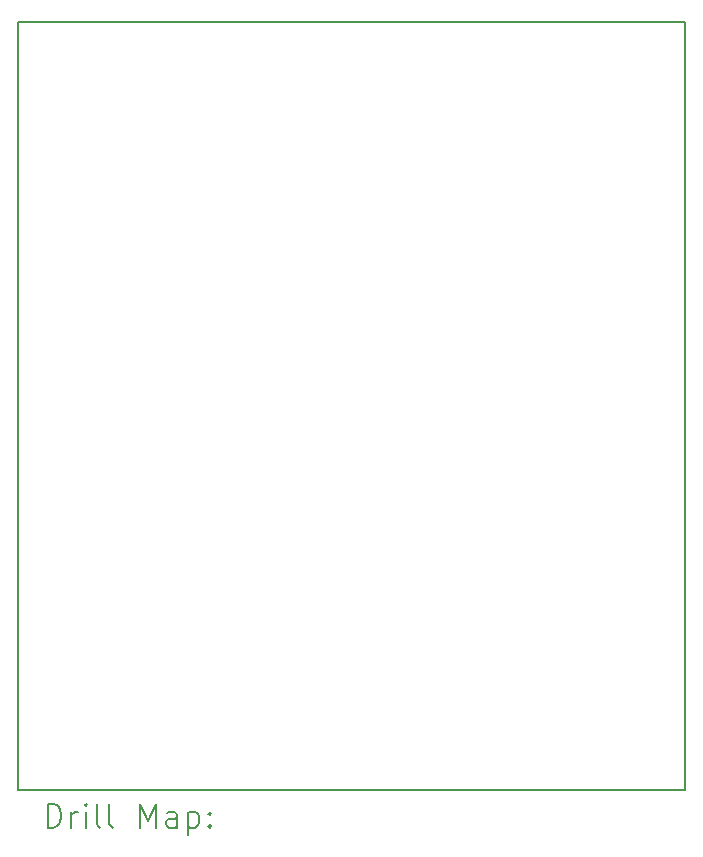
<source format=gbr>
%TF.GenerationSoftware,KiCad,Pcbnew,7.0.10*%
%TF.CreationDate,2024-02-01T09:42:21+01:00*%
%TF.ProjectId,LoRa-APRS-Gateway-RPI-RA01,4c6f5261-2d41-4505-9253-2d4761746577,rev?*%
%TF.SameCoordinates,Original*%
%TF.FileFunction,Drillmap*%
%TF.FilePolarity,Positive*%
%FSLAX45Y45*%
G04 Gerber Fmt 4.5, Leading zero omitted, Abs format (unit mm)*
G04 Created by KiCad (PCBNEW 7.0.10) date 2024-02-01 09:42:21*
%MOMM*%
%LPD*%
G01*
G04 APERTURE LIST*
%ADD10C,0.200000*%
G04 APERTURE END LIST*
D10*
X13595000Y-9119100D02*
X7945000Y-9119100D01*
X7945000Y-9119100D02*
X7945000Y-15619100D01*
X13595000Y-9119100D02*
X13595000Y-15619100D01*
X13595000Y-15619100D02*
X7945000Y-15619100D01*
X8195777Y-15940584D02*
X8195777Y-15740584D01*
X8195777Y-15740584D02*
X8243396Y-15740584D01*
X8243396Y-15740584D02*
X8271967Y-15750108D01*
X8271967Y-15750108D02*
X8291015Y-15769155D01*
X8291015Y-15769155D02*
X8300539Y-15788203D01*
X8300539Y-15788203D02*
X8310062Y-15826298D01*
X8310062Y-15826298D02*
X8310062Y-15854869D01*
X8310062Y-15854869D02*
X8300539Y-15892965D01*
X8300539Y-15892965D02*
X8291015Y-15912012D01*
X8291015Y-15912012D02*
X8271967Y-15931060D01*
X8271967Y-15931060D02*
X8243396Y-15940584D01*
X8243396Y-15940584D02*
X8195777Y-15940584D01*
X8395777Y-15940584D02*
X8395777Y-15807250D01*
X8395777Y-15845346D02*
X8405301Y-15826298D01*
X8405301Y-15826298D02*
X8414824Y-15816774D01*
X8414824Y-15816774D02*
X8433872Y-15807250D01*
X8433872Y-15807250D02*
X8452920Y-15807250D01*
X8519586Y-15940584D02*
X8519586Y-15807250D01*
X8519586Y-15740584D02*
X8510063Y-15750108D01*
X8510063Y-15750108D02*
X8519586Y-15759631D01*
X8519586Y-15759631D02*
X8529110Y-15750108D01*
X8529110Y-15750108D02*
X8519586Y-15740584D01*
X8519586Y-15740584D02*
X8519586Y-15759631D01*
X8643396Y-15940584D02*
X8624348Y-15931060D01*
X8624348Y-15931060D02*
X8614824Y-15912012D01*
X8614824Y-15912012D02*
X8614824Y-15740584D01*
X8748158Y-15940584D02*
X8729110Y-15931060D01*
X8729110Y-15931060D02*
X8719586Y-15912012D01*
X8719586Y-15912012D02*
X8719586Y-15740584D01*
X8976729Y-15940584D02*
X8976729Y-15740584D01*
X8976729Y-15740584D02*
X9043396Y-15883441D01*
X9043396Y-15883441D02*
X9110063Y-15740584D01*
X9110063Y-15740584D02*
X9110063Y-15940584D01*
X9291015Y-15940584D02*
X9291015Y-15835822D01*
X9291015Y-15835822D02*
X9281491Y-15816774D01*
X9281491Y-15816774D02*
X9262444Y-15807250D01*
X9262444Y-15807250D02*
X9224348Y-15807250D01*
X9224348Y-15807250D02*
X9205301Y-15816774D01*
X9291015Y-15931060D02*
X9271967Y-15940584D01*
X9271967Y-15940584D02*
X9224348Y-15940584D01*
X9224348Y-15940584D02*
X9205301Y-15931060D01*
X9205301Y-15931060D02*
X9195777Y-15912012D01*
X9195777Y-15912012D02*
X9195777Y-15892965D01*
X9195777Y-15892965D02*
X9205301Y-15873917D01*
X9205301Y-15873917D02*
X9224348Y-15864393D01*
X9224348Y-15864393D02*
X9271967Y-15864393D01*
X9271967Y-15864393D02*
X9291015Y-15854869D01*
X9386253Y-15807250D02*
X9386253Y-16007250D01*
X9386253Y-15816774D02*
X9405301Y-15807250D01*
X9405301Y-15807250D02*
X9443396Y-15807250D01*
X9443396Y-15807250D02*
X9462444Y-15816774D01*
X9462444Y-15816774D02*
X9471967Y-15826298D01*
X9471967Y-15826298D02*
X9481491Y-15845346D01*
X9481491Y-15845346D02*
X9481491Y-15902488D01*
X9481491Y-15902488D02*
X9471967Y-15921536D01*
X9471967Y-15921536D02*
X9462444Y-15931060D01*
X9462444Y-15931060D02*
X9443396Y-15940584D01*
X9443396Y-15940584D02*
X9405301Y-15940584D01*
X9405301Y-15940584D02*
X9386253Y-15931060D01*
X9567205Y-15921536D02*
X9576729Y-15931060D01*
X9576729Y-15931060D02*
X9567205Y-15940584D01*
X9567205Y-15940584D02*
X9557682Y-15931060D01*
X9557682Y-15931060D02*
X9567205Y-15921536D01*
X9567205Y-15921536D02*
X9567205Y-15940584D01*
X9567205Y-15816774D02*
X9576729Y-15826298D01*
X9576729Y-15826298D02*
X9567205Y-15835822D01*
X9567205Y-15835822D02*
X9557682Y-15826298D01*
X9557682Y-15826298D02*
X9567205Y-15816774D01*
X9567205Y-15816774D02*
X9567205Y-15835822D01*
M02*

</source>
